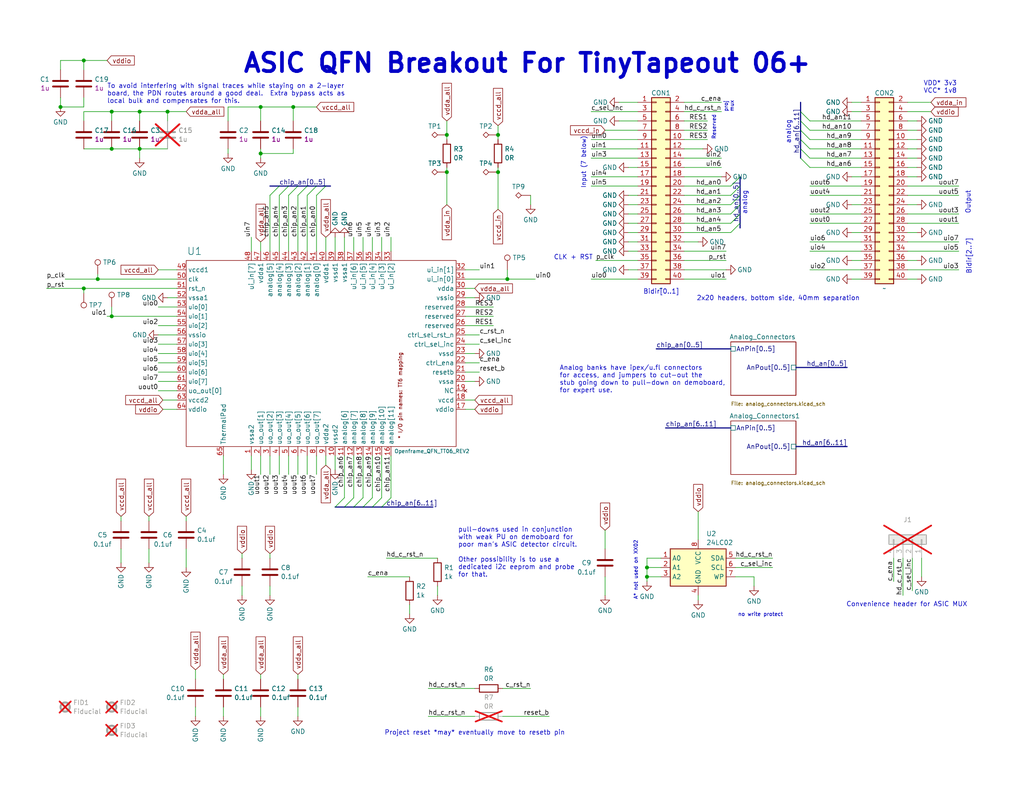
<source format=kicad_sch>
(kicad_sch (version 20231120) (generator "eeschema") (generator_version "8.0")
  (paper "A")
  (title_block (title "TT06 Openframe breakout") (date "2024-11-04") (rev "1.1") (company "Psychogenic Technologies") (comment 1 "(C) 2024 Pat Deegan"))
  (junction (at 121.92 36.83))
  (junction (at 16.51 29.21))
  (junction (at 38.1 30.48))
  (junction (at 135.89 36.83))
  (junction (at 22.86 78.74))
  (junction (at 135.89 46.99))
  (junction (at 45.72 30.48))
  (junction (at 30.48 86.36))
  (junction (at 71.12 29.21))
  (junction (at 26.67 76.2))
  (junction (at 121.92 46.99))
  (junction (at 176.53 154.94))
  (junction (at 38.1 40.64))
  (junction (at 30.48 40.64))
  (junction (at 80.01 29.21))
  (junction (at 138.43 76.2))
  (junction (at 30.48 30.48))
  (junction (at 71.12 41.91))
  (junction (at 176.53 157.48))
  (junction (at 22.86 16.51))
  (bus_entry (at 201.93 50.8) (size -2.54 2.54))
  (bus_entry (at 218.44 40.64) (size 2.54 2.54))
  (bus_entry (at 96.52 138.43) (size 2.54 -2.54))
  (bus_entry (at 201.93 58.42) (size -2.54 2.54))
  (bus_entry (at 218.44 43.18) (size 2.54 2.54))
  (bus_entry (at 76.2 50.8) (size -2.54 2.54))
  (bus_entry (at 101.6 138.43) (size 2.54 -2.54))
  (bus_entry (at 93.98 138.43) (size 2.54 -2.54))
  (bus_entry (at 201.93 48.26) (size -2.54 2.54))
  (bus_entry (at 218.44 30.48) (size 2.54 2.54))
  (bus_entry (at 81.28 50.8) (size -2.54 2.54))
  (bus_entry (at 88.9 50.8) (size -2.54 2.54))
  (bus_entry (at 104.14 138.43) (size 2.54 -2.54))
  (bus_entry (at 218.44 38.1) (size 2.54 2.54))
  (bus_entry (at 91.44 138.43) (size 2.54 -2.54))
  (bus_entry (at 201.93 60.96) (size -2.54 2.54))
  (bus_entry (at 218.44 35.56) (size 2.54 2.54))
  (bus_entry (at 218.44 33.02) (size 2.54 2.54))
  (bus_entry (at 78.74 50.8) (size -2.54 2.54))
  (bus_entry (at 201.93 55.88) (size -2.54 2.54))
  (bus_entry (at 83.82 50.8) (size -2.54 2.54))
  (bus_entry (at 86.36 50.8) (size -2.54 2.54))
  (bus_entry (at 201.93 53.34) (size -2.54 2.54))
  (bus_entry (at 99.06 138.43) (size 2.54 -2.54))
  (wire (pts (xy 22.86 78.74) (xy 48.26 78.74)))
  (wire (pts (xy 104.14 64.77) (xy 104.14 68.58)))
  (wire (pts (xy 186.69 60.96) (xy 199.39 60.96)))
  (bus (pts (xy 218.44 27.94) (xy 218.44 30.48)))
  (wire (pts (xy 220.98 38.1) (xy 234.95 38.1)))
  (wire (pts (xy 251.46 152.4) (xy 251.46 157.48)))
  (wire (pts (xy 48.26 106.68) (xy 43.18 106.68)))
  (wire (pts (xy 68.58 64.77) (xy 68.58 68.58)))
  (wire (pts (xy 22.86 78.74) (xy 22.86 80.01)))
  (bus (pts (xy 181.61 116.84) (xy 199.39 116.84)))
  (wire (pts (xy 38.1 40.64) (xy 38.1 43.18)))
  (wire (pts (xy 104.14 124.46) (xy 104.14 135.89)))
  (wire (pts (xy 127 88.9) (xy 134.62 88.9)))
  (wire (pts (xy 99.06 124.46) (xy 99.06 135.89)))
  (wire (pts (xy 127 86.36) (xy 134.62 86.36)))
  (wire (pts (xy 186.69 76.2) (xy 198.12 76.2)))
  (wire (pts (xy 26.67 74.93) (xy 26.67 76.2)))
  (bus (pts (xy 218.44 38.1) (xy 218.44 40.64)))
  (wire (pts (xy 93.98 64.77) (xy 93.98 68.58)))
  (wire (pts (xy 161.29 38.1) (xy 173.99 38.1)))
  (wire (pts (xy 186.69 38.1) (xy 193.04 38.1)))
  (wire (pts (xy 99.06 64.77) (xy 99.06 68.58)))
  (wire (pts (xy 38.1 40.64) (xy 45.72 40.64)))
  (wire (pts (xy 220.98 66.04) (xy 234.95 66.04)))
  (bus (pts (xy 179.07 95.25) (xy 199.39 95.25)))
  (wire (pts (xy 165.1 144.78) (xy 165.1 149.86)))
  (wire (pts (xy 186.69 68.58) (xy 198.12 68.58)))
  (wire (pts (xy 232.41 63.5) (xy 234.95 63.5)))
  (wire (pts (xy 76.2 53.34) (xy 76.2 68.58)))
  (wire (pts (xy 38.1 30.48) (xy 38.1 33.02)))
  (wire (pts (xy 60.96 124.46) (xy 60.96 129.54)))
  (wire (pts (xy 186.69 48.26) (xy 196.85 48.26)))
  (bus (pts (xy 201.93 50.8) (xy 201.93 53.34)))
  (wire (pts (xy 30.48 40.64) (xy 38.1 40.64)))
  (wire (pts (xy 16.51 26.67) (xy 16.51 29.21)))
  (wire (pts (xy 232.41 30.48) (xy 234.95 30.48)))
  (bus (pts (xy 78.74 50.8) (xy 81.28 50.8)))
  (wire (pts (xy 186.69 30.48) (xy 196.85 30.48)))
  (wire (pts (xy 127 111.76) (xy 129.54 111.76)))
  (wire (pts (xy 165.1 157.48) (xy 165.1 162.56)))
  (wire (pts (xy 232.41 76.2) (xy 234.95 76.2)))
  (wire (pts (xy 186.69 33.02) (xy 193.04 33.02)))
  (wire (pts (xy 53.34 182.88) (xy 53.34 185.42)))
  (wire (pts (xy 80.01 40.64) (xy 80.01 41.91)))
  (wire (pts (xy 243.84 152.4) (xy 243.84 158.75)))
  (wire (pts (xy 62.23 40.64) (xy 62.23 41.91)))
  (wire (pts (xy 71.12 40.64) (xy 71.12 41.91)))
  (wire (pts (xy 22.86 29.21) (xy 16.51 29.21)))
  (wire (pts (xy 83.82 129.54) (xy 83.82 124.46)))
  (wire (pts (xy 73.66 53.34) (xy 73.66 68.58)))
  (wire (pts (xy 247.65 45.72) (xy 250.19 45.72)))
  (wire (pts (xy 73.66 160.02) (xy 73.66 162.56)))
  (wire (pts (xy 176.53 154.94) (xy 180.34 154.94)))
  (bus (pts (xy 201.93 60.96) (xy 201.93 62.23)))
  (wire (pts (xy 30.48 86.36) (xy 29.21 86.36)))
  (wire (pts (xy 220.98 40.64) (xy 234.95 40.64)))
  (wire (pts (xy 71.12 66.04) (xy 71.12 68.58)))
  (wire (pts (xy 16.51 16.51) (xy 16.51 19.05)))
  (wire (pts (xy 101.6 124.46) (xy 101.6 135.89)))
  (wire (pts (xy 130.81 99.06) (xy 127 99.06)))
  (wire (pts (xy 71.12 29.21) (xy 71.12 33.02)))
  (wire (pts (xy 186.69 50.8) (xy 199.39 50.8)))
  (wire (pts (xy 73.66 129.54) (xy 73.66 124.46)))
  (wire (pts (xy 68.58 128.27) (xy 68.58 124.46)))
  (bus (pts (xy 104.14 138.43) (xy 118.11 138.43)))
  (wire (pts (xy 186.69 71.12) (xy 198.12 71.12)))
  (wire (pts (xy 248.92 152.4) (xy 248.92 161.29)))
  (bus (pts (xy 86.36 50.8) (xy 88.9 50.8)))
  (wire (pts (xy 176.53 152.4) (xy 176.53 154.94)))
  (wire (pts (xy 91.44 68.58) (xy 91.44 64.77)))
  (wire (pts (xy 48.26 76.2) (xy 26.67 76.2)))
  (wire (pts (xy 81.28 184.15) (xy 81.28 185.42)))
  (wire (pts (xy 138.43 76.2) (xy 127 76.2)))
  (wire (pts (xy 101.6 64.77) (xy 101.6 68.58)))
  (wire (pts (xy 161.29 30.48) (xy 173.99 30.48)))
  (wire (pts (xy 247.65 58.42) (xy 261.62 58.42)))
  (wire (pts (xy 232.41 71.12) (xy 234.95 71.12)))
  (wire (pts (xy 247.65 73.66) (xy 261.62 73.66)))
  (wire (pts (xy 78.74 53.34) (xy 78.74 68.58)))
  (wire (pts (xy 60.96 193.04) (xy 60.96 195.58)))
  (wire (pts (xy 121.92 45.72) (xy 121.92 46.99)))
  (wire (pts (xy 247.65 50.8) (xy 261.62 50.8)))
  (wire (pts (xy 161.29 43.18) (xy 173.99 43.18)))
  (wire (pts (xy 220.98 50.8) (xy 234.95 50.8)))
  (wire (pts (xy 220.98 58.42) (xy 234.95 58.42)))
  (wire (pts (xy 44.45 109.22) (xy 48.26 109.22)))
  (wire (pts (xy 71.12 29.21) (xy 62.23 29.21)))
  (wire (pts (xy 220.98 53.34) (xy 234.95 53.34)))
  (wire (pts (xy 26.67 76.2) (xy 17.78 76.2)))
  (wire (pts (xy 62.23 29.21) (xy 62.23 33.02)))
  (wire (pts (xy 220.98 73.66) (xy 234.95 73.66)))
  (wire (pts (xy 50.8 30.48) (xy 45.72 30.48)))
  (wire (pts (xy 78.74 129.54) (xy 78.74 124.46)))
  (wire (pts (xy 71.12 195.58) (xy 71.12 193.04)))
  (wire (pts (xy 247.65 63.5) (xy 250.19 63.5)))
  (wire (pts (xy 86.36 129.54) (xy 86.36 124.46)))
  (wire (pts (xy 135.89 36.83) (xy 135.89 38.1)))
  (wire (pts (xy 162.56 71.12) (xy 173.99 71.12)))
  (wire (pts (xy 48.26 104.14) (xy 43.18 104.14)))
  (wire (pts (xy 60.96 184.15) (xy 60.96 185.42)))
  (wire (pts (xy 127 109.22) (xy 129.54 109.22)))
  (wire (pts (xy 186.69 58.42) (xy 199.39 58.42)))
  (bus (pts (xy 101.6 138.43) (xy 99.06 138.43)))
  (wire (pts (xy 80.01 29.21) (xy 80.01 33.02)))
  (bus (pts (xy 201.93 58.42) (xy 201.93 60.96)))
  (wire (pts (xy 130.81 101.6) (xy 127 101.6)))
  (wire (pts (xy 100.33 157.48) (xy 111.76 157.48)))
  (wire (pts (xy 116.84 195.58) (xy 129.54 195.58)))
  (wire (pts (xy 220.98 43.18) (xy 234.95 43.18)))
  (wire (pts (xy 176.53 157.48) (xy 176.53 158.75)))
  (bus (pts (xy 201.93 53.34) (xy 201.93 55.88)))
  (wire (pts (xy 43.18 73.66) (xy 48.26 73.66)))
  (wire (pts (xy 176.53 157.48) (xy 180.34 157.48)))
  (wire (pts (xy 106.68 124.46) (xy 106.68 135.89)))
  (wire (pts (xy 130.81 91.44) (xy 127 91.44)))
  (wire (pts (xy 88.9 124.46) (xy 88.9 127)))
  (wire (pts (xy 165.1 35.56) (xy 173.99 35.56)))
  (wire (pts (xy 171.45 60.96) (xy 173.99 60.96)))
  (wire (pts (xy 171.45 53.34) (xy 173.99 53.34)))
  (wire (pts (xy 127 78.74) (xy 129.54 78.74)))
  (wire (pts (xy 161.29 50.8) (xy 173.99 50.8)))
  (wire (pts (xy 22.86 16.51) (xy 22.86 19.05)))
  (wire (pts (xy 86.36 53.34) (xy 86.36 68.58)))
  (wire (pts (xy 48.26 96.52) (xy 43.18 96.52)))
  (wire (pts (xy 129.54 104.14) (xy 127 104.14)))
  (bus (pts (xy 73.66 50.8) (xy 76.2 50.8)))
  (wire (pts (xy 247.65 38.1) (xy 250.19 38.1)))
  (wire (pts (xy 176.53 154.94) (xy 176.53 157.48)))
  (wire (pts (xy 247.65 35.56) (xy 250.19 35.56)))
  (wire (pts (xy 119.38 160.02) (xy 119.38 162.56)))
  (wire (pts (xy 71.12 184.15) (xy 71.12 185.42)))
  (wire (pts (xy 88.9 64.77) (xy 88.9 68.58)))
  (wire (pts (xy 200.66 152.4) (xy 210.82 152.4)))
  (wire (pts (xy 105.41 152.4) (xy 119.38 152.4)))
  (wire (pts (xy 186.69 27.94) (xy 196.85 27.94)))
  (wire (pts (xy 53.34 193.04) (xy 53.34 195.58)))
  (bus (pts (xy 217.17 100.33) (xy 231.14 100.33)))
  (bus (pts (xy 99.06 138.43) (xy 96.52 138.43)))
  (wire (pts (xy 186.69 45.72) (xy 196.85 45.72)))
  (wire (pts (xy 71.12 129.54) (xy 71.12 124.46)))
  (wire (pts (xy 232.41 55.88) (xy 234.95 55.88)))
  (wire (pts (xy 22.86 26.67) (xy 22.86 29.21)))
  (wire (pts (xy 186.69 66.04) (xy 190.5 66.04)))
  (wire (pts (xy 12.7 78.74) (xy 22.86 78.74)))
  (wire (pts (xy 81.28 193.04) (xy 81.28 195.58)))
  (wire (pts (xy 200.66 157.48) (xy 205.74 157.48)))
  (wire (pts (xy 86.36 29.21) (xy 80.01 29.21)))
  (wire (pts (xy 247.65 33.02) (xy 250.19 33.02)))
  (wire (pts (xy 48.26 83.82) (xy 43.18 83.82)))
  (wire (pts (xy 171.45 55.88) (xy 173.99 55.88)))
  (wire (pts (xy 161.29 76.2) (xy 173.99 76.2)))
  (wire (pts (xy 171.45 45.72) (xy 173.99 45.72)))
  (wire (pts (xy 247.65 60.96) (xy 261.62 60.96)))
  (wire (pts (xy 66.04 160.02) (xy 66.04 162.56)))
  (wire (pts (xy 81.28 53.34) (xy 81.28 68.58)))
  (bus (pts (xy 218.44 33.02) (xy 218.44 35.56)))
  (wire (pts (xy 80.01 29.21) (xy 71.12 29.21)))
  (wire (pts (xy 247.65 76.2) (xy 250.19 76.2)))
  (wire (pts (xy 45.72 81.28) (xy 48.26 81.28)))
  (wire (pts (xy 186.69 53.34) (xy 199.39 53.34)))
  (wire (pts (xy 247.65 55.88) (xy 250.19 55.88)))
  (bus (pts (xy 81.28 50.8) (xy 83.82 50.8)))
  (bus (pts (xy 104.14 138.43) (xy 101.6 138.43)))
  (wire (pts (xy 247.65 68.58) (xy 261.62 68.58)))
  (wire (pts (xy 121.92 36.83) (xy 121.92 38.1)))
  (wire (pts (xy 138.43 73.66) (xy 138.43 76.2)))
  (wire (pts (xy 186.69 40.64) (xy 191.77 40.64)))
  (wire (pts (xy 50.8 149.86) (xy 50.8 154.94)))
  (wire (pts (xy 48.26 99.06) (xy 43.18 99.06)))
  (wire (pts (xy 111.76 165.1) (xy 111.76 167.64)))
  (bus (pts (xy 201.93 55.88) (xy 201.93 58.42)))
  (wire (pts (xy 22.86 40.64) (xy 30.48 40.64)))
  (wire (pts (xy 91.44 128.27) (xy 91.44 124.46)))
  (wire (pts (xy 83.82 53.34) (xy 83.82 68.58)))
  (wire (pts (xy 71.12 41.91) (xy 80.01 41.91)))
  (wire (pts (xy 48.26 86.36) (xy 30.48 86.36)))
  (wire (pts (xy 116.84 187.96) (xy 129.54 187.96)))
  (wire (pts (xy 171.45 58.42) (xy 173.99 58.42)))
  (wire (pts (xy 247.65 66.04) (xy 261.62 66.04)))
  (bus (pts (xy 218.44 35.56) (xy 218.44 38.1)))
  (wire (pts (xy 121.92 33.02) (xy 121.92 36.83)))
  (wire (pts (xy 171.45 73.66) (xy 173.99 73.66)))
  (wire (pts (xy 93.98 124.46) (xy 93.98 135.89)))
  (wire (pts (xy 171.45 63.5) (xy 173.99 63.5)))
  (bus (pts (xy 88.9 50.8) (xy 90.17 50.8)))
  (wire (pts (xy 247.65 53.34) (xy 261.62 53.34)))
  (wire (pts (xy 121.92 46.99) (xy 121.92 55.88)))
  (wire (pts (xy 171.45 66.04) (xy 173.99 66.04)))
  (wire (pts (xy 186.69 43.18) (xy 196.85 43.18)))
  (bus (pts (xy 93.98 138.43) (xy 91.44 138.43)))
  (wire (pts (xy 66.04 151.13) (xy 66.04 152.4)))
  (wire (pts (xy 96.52 64.77) (xy 96.52 68.58)))
  (wire (pts (xy 220.98 68.58) (xy 234.95 68.58)))
  (wire (pts (xy 135.89 46.99) (xy 135.89 57.15)))
  (wire (pts (xy 73.66 151.13) (xy 73.66 152.4)))
  (wire (pts (xy 50.8 140.97) (xy 50.8 142.24)))
  (wire (pts (xy 161.29 40.64) (xy 173.99 40.64)))
  (wire (pts (xy 180.34 152.4) (xy 176.53 152.4)))
  (wire (pts (xy 22.86 33.02) (xy 22.86 30.48)))
  (wire (pts (xy 168.91 33.02) (xy 173.99 33.02)))
  (wire (pts (xy 247.65 48.26) (xy 250.19 48.26)))
  (wire (pts (xy 30.48 83.82) (xy 30.48 86.36)))
  (wire (pts (xy 146.05 76.2) (xy 138.43 76.2)))
  (wire (pts (xy 246.38 152.4) (xy 246.38 162.56)))
  (wire (pts (xy 45.72 30.48) (xy 45.72 33.02)))
  (wire (pts (xy 40.64 149.86) (xy 40.64 153.67)))
  (wire (pts (xy 33.02 140.97) (xy 33.02 142.24)))
  (wire (pts (xy 30.48 30.48) (xy 30.48 33.02)))
  (bus (pts (xy 218.44 30.48) (xy 218.44 33.02)))
  (wire (pts (xy 106.68 68.58) (xy 106.68 64.77)))
  (wire (pts (xy 190.5 162.56) (xy 190.5 163.83)))
  (bus (pts (xy 96.52 138.43) (xy 93.98 138.43)))
  (wire (pts (xy 186.69 35.56) (xy 193.04 35.56)))
  (wire (pts (xy 161.29 48.26) (xy 173.99 48.26)))
  (wire (pts (xy 38.1 30.48) (xy 30.48 30.48)))
  (wire (pts (xy 33.02 149.86) (xy 33.02 153.67)))
  (wire (pts (xy 220.98 35.56) (xy 234.95 35.56)))
  (wire (pts (xy 144.78 53.34) (xy 144.78 55.88)))
  (wire (pts (xy 247.65 40.64) (xy 250.19 40.64)))
  (wire (pts (xy 48.26 101.6) (xy 43.18 101.6)))
  (wire (pts (xy 22.86 30.48) (xy 30.48 30.48)))
  (wire (pts (xy 130.81 73.66) (xy 127 73.66)))
  (bus (pts (xy 217.17 121.92) (xy 231.14 121.92)))
  (wire (pts (xy 45.72 30.48) (xy 38.1 30.48)))
  (wire (pts (xy 232.41 27.94) (xy 234.95 27.94)))
  (wire (pts (xy 220.98 60.96) (xy 234.95 60.96)))
  (wire (pts (xy 96.52 124.46) (xy 96.52 135.89)))
  (wire (pts (xy 247.65 27.94) (xy 254 27.94)))
  (wire (pts (xy 29.21 16.51) (xy 22.86 16.51)))
  (wire (pts (xy 22.86 16.51) (xy 16.51 16.51)))
  (wire (pts (xy 48.26 93.98) (xy 43.18 93.98)))
  (wire (pts (xy 186.69 63.5) (xy 199.39 63.5)))
  (wire (pts (xy 76.2 129.54) (xy 76.2 124.46)))
  (wire (pts (xy 247.65 30.48) (xy 254 30.48)))
  (wire (pts (xy 135.89 34.29) (xy 135.89 36.83)))
  (wire (pts (xy 40.64 140.97) (xy 40.64 142.24)))
  (wire (pts (xy 130.81 93.98) (xy 127 93.98)))
  (wire (pts (xy 220.98 45.72) (xy 234.95 45.72)))
  (wire (pts (xy 127 83.82) (xy 134.62 83.82)))
  (wire (pts (xy 186.69 55.88) (xy 199.39 55.88)))
  (wire (pts (xy 190.5 139.7) (xy 190.5 147.32)))
  (bus (pts (xy 218.44 40.64) (xy 218.44 43.18)))
  (wire (pts (xy 186.69 73.66) (xy 198.12 73.66)))
  (wire (pts (xy 232.41 48.26) (xy 234.95 48.26)))
  (wire (pts (xy 171.45 68.58) (xy 173.99 68.58)))
  (wire (pts (xy 137.16 187.96) (xy 144.78 187.96)))
  (wire (pts (xy 81.28 129.54) (xy 81.28 124.46)))
  (wire (pts (xy 200.66 154.94) (xy 210.82 154.94)))
  (wire (pts (xy 43.18 91.44) (xy 48.26 91.44)))
  (wire (pts (xy 137.16 195.58) (xy 149.86 195.58)))
  (wire (pts (xy 205.74 157.48) (xy 205.74 160.02)))
  (wire (pts (xy 129.54 96.52) (xy 127 96.52)))
  (bus (pts (xy 201.93 48.26) (xy 201.93 50.8)))
  (wire (pts (xy 247.65 43.18) (xy 250.19 43.18)))
  (wire (pts (xy 48.26 88.9) (xy 43.18 88.9)))
  (wire (pts (xy 71.12 41.91) (xy 71.12 43.18)))
  (bus (pts (xy 76.2 50.8) (xy 78.74 50.8)))
  (wire (pts (xy 135.89 45.72) (xy 135.89 46.99)))
  (wire (pts (xy 220.98 33.02) (xy 234.95 33.02)))
  (wire (pts (xy 129.54 81.28) (xy 127 81.28)))
  (wire (pts (xy 247.65 71.12) (xy 250.19 71.12)))
  (wire (pts (xy 44.45 111.76) (xy 48.26 111.76)))
  (bus (pts (xy 83.82 50.8) (xy 86.36 50.8)))
  (wire (pts (xy 168.91 27.94) (xy 173.99 27.94)))
  (text "CLK + RST" (at 161.798 70.358 0) (effects (font (size 1.27 1.27)) (justify right)))
  (text "Convenience header for ASIC MUX" (at 230.886 165.1 0) (effects (font (size 1.27 1.27)) (justify left)))
  (text "Reserved" (at 194.818 34.798 90) (effects (font (size 1 1))))
  (text "ASIC QFN Breakout For TinyTapeout 06+" (at 66.04 20.32 0) (effects (font (size 5 5) (thickness 1) (bold yes)) (justify left bottom)))
  (text "VDD* 3v3\nVCC* 1v8" (at 256.54 23.876 0) (effects (font (size 1.27 1.27))))
  (text "A* not used on XX02" (at 173.482 155.702 90) (effects (font (size 1 1))))
  (text "2x20 headers, bottom side, 40mm separation" (at 212.344 81.534 0) (effects (font (size 1.27 1.27))))
  (text "no write protect" (at 207.518 167.894 0) (effects (font (size 1 1))))
  (text "pull-downs used in conjunction \nwith weak PU on demoboard for \npoor man's ASIC detector circuit.\n\nOther possibility is to use a\ndedicated i2c eeprom and probe \nfor that." (at 124.968 150.876 0) (effects (font (size 1.27 1.27)) (justify left)))
  (text "proj\nmux" (at 198.882 30.734 90) (effects (font (size 1 1)) (justify left)))
  (text "analog" (at 203.2 55.372 90) (effects (font (size 1.27 1.27))))
  (text "Bidir[0..1]" (at 185.42 79.756 0) (effects (font (size 1.27 1.27)) (justify right)))
  (text "analog" (at 215.138 36.068 90) (effects (font (size 1.27 1.27))))
  (text "Input (7 below)" (at 159.258 51.562 90) (effects (font (size 1.2 1.2)) (justify left)))
  (text "To avoid interfering with signal traces while staying on a 2-layer \nboard, the PDN routes around a good deal.  Extra bypass acts as \nlocal bulk and compensates for this." (at 29.21 25.654 0) (effects (font (size 1.27 1.27)) (justify left)))
  (text "Project reset *may* eventually move to resetb pin" (at 129.54 200.152 0) (effects (font (size 1.27 1.27))))
  (text "Analog banks have ipex/u.fl connectors \nfor access, and jumpers to cut-out the \nstub going down to pull-down on demoboard, \nfor expert use." (at 152.654 103.632 0) (effects (font (size 1.27 1.27)) (justify left)))
  (text "Bidir[2..7]" (at 264.414 65.024 90) (effects (font (size 1.27 1.27)) (justify right)))
  (text "Output" (at 264.16 52.07 90) (effects (font (size 1.27 1.27)) (justify right)))
  (label "hd_an10" (at 232.41 35.56 180))
  (label "uout6" (at 220.98 50.8 0))
  (label "p_clk" (at 162.56 71.12 0))
  (label "c_sel_inc" (at 210.82 154.94 180))
  (label "hd_c_rst_n" (at 246.38 162.56 90))
  (label "hd_an8" (at 232.41 40.64 180))
  (label "hd_c_rst_n" (at 116.84 187.96 0))
  (label "uio7" (at 261.62 66.04 180))
  (label "uin4" (at 101.6 64.77 90))
  (label "p_rst" (at 198.12 71.12 180))
  (label "uio5" (at 261.62 68.58 180))
  (label "uout3" (at 76.2 129.54 270))
  (label "hd_an[0..5]" (at 201.93 49.53 270))
  (label "hd_an2" (at 196.85 55.88 180))
  (label "chip_an[6..11]" (at 181.61 116.84 0))
  (label "uio2" (at 220.98 73.66 0))
  (label "uin2" (at 196.85 43.18 180))
  (label "chip_an[6..11]" (at 105.41 138.43 0))
  (label "uio6" (at 43.18 101.6 180))
  (label "uio3" (at 43.18 93.98 180))
  (label "hd_an7" (at 232.41 43.18 180))
  (label "uin2" (at 106.68 64.77 90))
  (label "chip_an10" (at 104.14 124.46 270))
  (label "uin6" (at 96.52 64.77 90))
  (label "uout2" (at 220.98 58.42 0))
  (label "c_ena" (at 196.85 27.94 180))
  (label "uio1" (at 29.21 86.36 180))
  (label "hd_an6" (at 232.41 45.72 180))
  (label "c_rst_n" (at 130.81 91.44 0))
  (label "chip_an11" (at 106.68 124.46 270))
  (label "hd_an[0..5]" (at 231.14 100.33 180))
  (label "RES1" (at 134.62 88.9 180))
  (label "uout7" (at 86.36 129.54 270))
  (label "uout1" (at 71.12 129.54 270))
  (label "reset_b" (at 130.81 101.6 0))
  (label "RES1" (at 193.04 33.02 180))
  (label "chip_an7" (at 96.52 124.46 270))
  (label "uin1" (at 161.29 40.64 0))
  (label "uin0" (at 161.29 38.1 0))
  (label "c_ena" (at 100.33 157.48 0))
  (label "c_sel_inc" (at 161.29 30.48 0))
  (label "uin5" (at 99.06 64.77 90))
  (label "uin3" (at 161.29 43.18 0))
  (label "uout3" (at 261.62 58.42 180))
  (label "uout5" (at 261.62 53.34 180))
  (label "uio5" (at 43.18 99.06 180))
  (label "hd_c_rst_n" (at 210.82 152.4 180))
  (label "uio4" (at 43.18 96.52 180))
  (label "hd_an4" (at 196.85 60.96 180))
  (label "c_sel_inc" (at 248.92 161.29 90))
  (label "hd_an11" (at 232.41 33.02 180))
  (label "uin3" (at 104.14 64.77 90))
  (label "reset_b" (at 149.86 195.58 180))
  (label "c_ena" (at 243.84 158.75 90))
  (label "uout5" (at 81.28 129.54 270))
  (label "chip_an4" (at 76.2 64.77 90))
  (label "p_rst" (at 12.7 78.74 0))
  (label "uin6" (at 196.85 45.72 180))
  (label "uin0" (at 146.05 76.2 0))
  (label "c_ena" (at 130.81 99.06 0))
  (label "hd_an0" (at 196.85 50.8 180))
  (label "chip_an[0..5]" (at 179.07 95.25 0))
  (label "uio0" (at 43.18 83.82 180))
  (label "uin7" (at 198.12 68.58 180))
  (label "hd_c_rst_n" (at 196.85 30.48 180))
  (label "uio7" (at 43.18 104.14 180))
  (label "hd_an5" (at 196.85 63.5 180))
  (label "chip_an6" (at 93.98 124.46 270))
  (label "chip_an5" (at 73.66 64.77 90))
  (label "uout0" (at 43.18 106.68 180))
  (label "RES3" (at 193.04 38.1 180))
  (label "chip_an8" (at 99.06 124.46 270))
  (label "uio1" (at 198.12 76.2 180))
  (label "c_sel_inc" (at 130.81 93.98 0))
  (label "uout6" (at 83.82 129.54 270))
  (label "uout7" (at 261.62 50.8 180))
  (label "uin7" (at 68.58 64.77 90))
  (label "hd_an1" (at 196.85 53.34 180))
  (label "chip_an9" (at 101.6 124.46 270))
  (label "uout0" (at 220.98 60.96 0))
  (label "RES2" (at 134.62 86.36 180))
  (label "uout4" (at 78.74 129.54 270))
  (label "uout4" (at 220.98 53.34 0))
  (label "chip_an1" (at 83.82 64.77 90))
  (label "hd_an9" (at 232.41 38.1 180))
  (label "hd_an[6..11]" (at 231.14 121.92 180))
  (label "hd_c_rst_n" (at 105.41 152.4 0))
  (label "uio6" (at 220.98 66.04 0))
  (label "RES2" (at 193.04 35.56 180))
  (label "hd_an[6..11]" (at 218.44 41.91 90))
  (label "c_rst_n" (at 144.78 187.96 180))
  (label "chip_an[0..5]" (at 76.2 50.8 0))
  (label "uout1" (at 261.62 60.96 180))
  (label "p_clk" (at 17.78 76.2 180))
  (label "chip_an2" (at 81.28 64.77 90))
  (label "uout2" (at 73.66 129.54 270))
  (label "hd_an3" (at 196.85 58.42 180))
  (label "chip_an3" (at 78.74 64.77 90))
  (label "uio4" (at 220.98 68.58 0))
  (label "chip_an0" (at 86.36 64.77 90))
  (label "uin1" (at 130.81 73.66 0))
  (label "uin5" (at 161.29 50.8 0))
  (label "uio2" (at 43.18 88.9 180))
  (label "uio3" (at 261.62 73.66 180))
  (label "hd_c_rst_n" (at 116.84 195.58 0))
  (label "uio0" (at 161.29 76.2 0))
  (label "uin4" (at 161.29 48.26 0))
  (label "RES3" (at 134.62 83.82 180))
  (global_label "vccd_in" (shape input) (at 135.89 57.15 270) (property "Intersheetrefs" "${INTERSHEET_REFS}" (effects (hide yes))))
  (global_label "vddio" (shape input) (at 29.21 16.51 0) (property "Intersheetrefs" "${INTERSHEET_REFS}" (effects (hide yes))))
  (global_label "vdda_all" (shape input) (at 53.34 182.88 90) (property "Intersheetrefs" "${INTERSHEET_REFS}" (effects (hide yes))))
  (global_label "vccd_all" (shape input) (at 135.89 34.29 90) (property "Intersheetrefs" "${INTERSHEET_REFS}" (effects (hide yes))))
  (global_label "vccd_all" (shape input) (at 129.54 109.22 0) (property "Intersheetrefs" "${INTERSHEET_REFS}" (effects (hide yes))))
  (global_label "vddio" (shape input) (at 44.45 111.76 180) (property "Intersheetrefs" "${INTERSHEET_REFS}" (effects (hide yes))))
  (global_label "vddio" (shape input) (at 254 30.48 0) (property "Intersheetrefs" "${INTERSHEET_REFS}" (effects (hide yes))))
  (global_label "vddio" (shape input) (at 66.04 151.13 90) (property "Intersheetrefs" "${INTERSHEET_REFS}" (effects (hide yes))))
  (global_label "vccd_all" (shape input) (at 43.18 73.66 180) (property "Intersheetrefs" "${INTERSHEET_REFS}" (effects (hide yes))))
  (global_label "vccd_all" (shape input) (at 44.45 109.22 180) (property "Intersheetrefs" "${INTERSHEET_REFS}" (effects (hide yes))))
  (global_label "vddio" (shape input) (at 129.54 111.76 0) (property "Intersheetrefs" "${INTERSHEET_REFS}" (effects (hide yes))))
  (global_label "vccd_all" (shape input) (at 50.8 140.97 90) (property "Intersheetrefs" "${INTERSHEET_REFS}" (effects (hide yes))))
  (global_label "vccd_all" (shape input) (at 33.02 140.97 90) (property "Intersheetrefs" "${INTERSHEET_REFS}" (effects (hide yes))))
  (global_label "vdda_all" (shape input) (at 81.28 184.15 90) (property "Intersheetrefs" "${INTERSHEET_REFS}" (effects (hide yes))))
  (global_label "vdda_all" (shape input) (at 88.9 127 270) (property "Intersheetrefs" "${INTERSHEET_REFS}" (effects (hide yes))))
  (global_label "vdda_all" (shape input) (at 88.9 64.77 90) (property "Intersheetrefs" "${INTERSHEET_REFS}" (effects (hide yes))))
  (global_label "vccd_all" (shape input) (at 86.36 29.21 0) (property "Intersheetrefs" "${INTERSHEET_REFS}" (effects (hide yes))))
  (global_label "vdda_in" (shape input) (at 121.92 55.88 270) (property "Intersheetrefs" "${INTERSHEET_REFS}" (effects (hide yes))))
  (global_label "vdda_all" (shape input) (at 121.92 33.02 90) (property "Intersheetrefs" "${INTERSHEET_REFS}" (effects (hide yes))))
  (global_label "vdda_all" (shape input) (at 71.12 184.15 90) (property "Intersheetrefs" "${INTERSHEET_REFS}" (effects (hide yes))))
  (global_label "vccd_in" (shape input) (at 165.1 35.56 180) (property "Intersheetrefs" "${INTERSHEET_REFS}" (effects (hide yes))))
  (global_label "vdda_all" (shape input) (at 71.12 66.04 90) (property "Intersheetrefs" "${INTERSHEET_REFS}" (effects (hide yes))))
  (global_label "vddio" (shape input) (at 73.66 151.13 90) (property "Intersheetrefs" "${INTERSHEET_REFS}" (effects (hide yes))))
  (global_label "vdda_all" (shape input) (at 60.96 184.15 90) (property "Intersheetrefs" "${INTERSHEET_REFS}" (effects (hide yes))))
  (global_label "vddio" (shape input) (at 190.5 139.7 90) (property "Intersheetrefs" "${INTERSHEET_REFS}" (effects (hide yes))))
  (global_label "vccd_all" (shape input) (at 40.64 140.97 90) (property "Intersheetrefs" "${INTERSHEET_REFS}" (effects (hide yes))))
  (global_label "vdda_all" (shape input) (at 129.54 78.74 0) (property "Intersheetrefs" "${INTERSHEET_REFS}" (effects (hide yes))))
  (global_label "vdda_all" (shape input) (at 50.8 30.48 0) (property "Intersheetrefs" "${INTERSHEET_REFS}" (effects (hide yes))))
  (global_label "vdda_in" (shape input) (at 254 27.94 0) (property "Intersheetrefs" "${INTERSHEET_REFS}" (effects (hide yes))))
  (global_label "vddio" (shape input) (at 165.1 144.78 90) (property "Intersheetrefs" "${INTERSHEET_REFS}" (effects (hide yes))))
  (symbol (lib_id "Device:C") (at 53.34 189.23 0) (unit 1)
    (property "Reference" "C10" (at 50.4191 188.0178 0) (effects (justify right)))
    (property "Value" "0.1uf" (at 50.4191 190.4421 0) (effects (justify right)))
    (property "Footprint" "Capacitor_SMD:C_0402_1005Metric" (effects (hide yes)))
    (property "MPN" "CL05A104KA5NNNC" (effects (hide yes)))
    (property "MPN_ALT" "GRM155R71E104KE14J" (effects (hide yes)))
  )
  (symbol (lib_id "Device:C") (at 73.66 156.21 180) (unit 1)
    (property "Reference" "C8" (at 76.581 154.9978 0) (effects (justify right)))
    (property "Value" "0.1uf" (at 76.581 157.4221 0) (effects (justify right)))
    (property "Footprint" "Capacitor_SMD:C_0402_1005Metric" (effects (hide yes)))
    (property "MPN" "CL05A104KA5NNNC" (effects (hide yes)))
    (property "MPN_ALT" "GRM155R71E104KE14J" (effects (hide yes)))
  )
  (symbol (lib_id "Device:C") (at 40.64 146.05 0) (unit 1)
    (property "Reference" "C6" (at 45.72 146.05 0))
    (property "Value" "0.1uf" (at 44.45 148.59 0))
    (property "Footprint" "Capacitor_SMD:C_0402_1005Metric" (effects (hide yes)))
    (property "MPN" "CL05A104KA5NNNC" (effects (hide yes)))
    (property "MPN_ALT" "GRM155R71E104KE14J" (effects (hide yes)))
  )
  (symbol (lib_id "Device:C") (at 71.12 189.23 0) (unit 1)
    (property "Reference" "C12" (at 74.041 188.0178 0) (effects (justify left)))
    (property "Value" "0.1uf" (at 74.041 190.4421 0) (effects (justify left)))
    (property "Footprint" "Capacitor_SMD:C_0402_1005Metric" (effects (hide yes)))
    (property "MPN" "CL05A104KA5NNNC" (effects (hide yes)))
    (property "MPN_ALT" "GRM155R71E104KE14J" (effects (hide yes)))
  )
  (symbol (lib_id "Device:C") (at 33.02 146.05 180) (unit 1)
    (property "Reference" "C5" (at 27.94 146.05 0))
    (property "Value" "0.1uf" (at 27.94 148.59 0))
    (property "Footprint" "Capacitor_SMD:C_0402_1005Metric" (effects (hide yes)))
    (property "MPN" "CL05A104KA5NNNC" (effects (hide yes)))
    (property "MPN_ALT" "GRM155R71E104KE14J" (effects (hide yes)))
  )
  (symbol (lib_id "Device:C") (at 81.28 189.23 180) (unit 1)
    (property "Reference" "C13" (at 84.201 188.0178 0) (effects (justify right)))
    (property "Value" "0.1uf" (at 84.201 190.4421 0) (effects (justify right)))
    (property "Footprint" "Capacitor_SMD:C_0402_1005Metric" (effects (hide yes)))
    (property "MPN" "CL05A104KA5NNNC" (effects (hide yes)))
    (property "MPN_ALT" "GRM155R71E104KE14J" (effects (hide yes)))
  )
  (symbol (lib_id "Device:C") (at 50.8 146.05 180) (unit 1)
    (property "Reference" "C4" (at 53.721 144.8378 0) (effects (justify right)))
    (property "Value" "0.1uf" (at 53.721 147.2621 0) (effects (justify right)))
    (property "Footprint" "Capacitor_SMD:C_0402_1005Metric" (effects (hide yes)))
    (property "MPN" "CL05A104KA5NNNC" (effects (hide yes)))
    (property "MPN_ALT" "GRM155R71E104KE14J" (effects (hide yes)))
  )
  (symbol (lib_id "power:GND") (at 16.51 29.21 0) (unit 1)
    (property "Reference" "#PWR02" (effects (hide yes)))
    (property "Value" "GND" (at 16.51 33.3431 0))
  )
  (symbol (lib_id "Connector_Generic:Conn_01x04") (at 248.92 147.32 270) (mirror x) (unit 1) (dnp yes)
    (property "Reference" "J1" (at 247.65 141.9055 90))
    (property "Value" "Conn_01x04" (effects (hide yes)))
    (property "Footprint" "Connector_PinHeader_2.54mm:PinHeader_1x04_P2.54mm_Vertical" (effects (hide yes)))
    (property "Description" "Generic connector, single row, 01x04, script generated (kicad-library-utils/schlib/autogen/connector/)" (effects (hide yes)))
  )
  (symbol (lib_id "power:GND") (at 68.58 128.27 0) (unit 1)
    (property "Reference" "#PWR014" (effects (hide yes)))
    (property "Value" "GND" (at 68.58 133.35 90))
  )
  (symbol (lib_id "power:GND") (at 60.96 195.58 0) (unit 1)
    (property "Reference" "#PWR026" (effects (hide yes)))
    (property "Value" "GND" (at 60.96 200.66 90))
  )
  (symbol (lib_id "power:GND") (at 40.64 153.67 0) (unit 1)
    (property "Reference" "#PWR018" (effects (hide yes)))
    (property "Value" "GND" (at 40.64 158.75 90))
  )
  (symbol (lib_id "power:GND") (at 66.04 162.56 0) (unit 1)
    (property "Reference" "#PWR020" (effects (hide yes)))
    (property "Value" "GND" (at 66.04 167.64 90))
  )
  (symbol (lib_id "TinyTapeout:Openframe_QFN_TT06_REV2") (at 91.44 95.25 90) (unit 1)
    (property "Reference" "U1" (at 53.086 68.58 90) (effects (font (size 2 2))))
    (property "Value" "Openframe_QFN_TT06_REV2" (at 117.856 123.19 90) (effects (font (size 1 1))))
    (property "Footprint" "Package_DFN_QFN:QFN-64-1EP_9x9mm_P0.5mm_EP7.65x7.65mm" (effects (hide yes)))
    (property "Datasheet" "https://github.com/TinyTapeout/tt-multiplexer/blob/tt06-staging/docs/INFO.md#pinout" (effects (hide yes)))
    (property "Description" "Openframe QFN packaging, with TinyTapeout 6+ pin mapping" (effects (hide yes)))
  )
  (symbol (lib_id "psypassives:C_1u_0603_50V") (at 16.51 22.86 0) (unit 1)
    (property "Reference" "C1" (at 13.5891 21.6478 0) (effects (justify right)))
    (property "Value" "C_1u_0603_50V" (effects (hide yes)))
    (property "Footprint" "Capacitor_SMD:C_0603_1608Metric" (effects (hide yes)))
    (property "Description" "Unpolarized capacitor" (effects (hide yes)))
    (property "MPN" "GRT188R61H105KE13D" (effects (hide yes)))
    (property "DigikeyPN" "490-12330-1-ND" (effects (hide yes)))
    (property "Display Value" "1u" (at 13.5891 24.0721 0) (effects (justify right)))
  )
  (symbol (lib_id "Device:C") (at 60.96 189.23 0) (unit 1)
    (property "Reference" "C11" (at 63.881 188.0178 0) (effects (justify left)))
    (property "Value" "0.1uf" (at 63.881 190.4421 0) (effects (justify left)))
    (property "Footprint" "Capacitor_SMD:C_0402_1005Metric" (effects (hide yes)))
    (property "MPN" "CL05A104KA5NNNC" (effects (hide yes)))
    (property "MPN_ALT" "GRM155R71E104KE14J" (effects (hide yes)))
  )
  (symbol (lib_id "Connector:TestPoint") (at 26.67 74.93 0) (unit 1) (in_bom no)
    (property "Reference" "TP6" (at 28.067 71.628 0) (effects (justify left)))
    (property "Value" "TestPoint" (effects (hide yes)))
    (property "Footprint" "TestPoint:TestPoint_Pad_D1.0mm" (effects (hide yes)))
    (property "Description" "test point" (effects (hide yes)))
  )
  (symbol (lib_id "power:GND") (at 91.44 64.77 180) (unit 1)
    (property "Reference" "#PWR06" (effects (hide yes)))
    (property "Value" "GND" (at 91.44 59.69 90))
  )
  (symbol (lib_id "power:GND") (at 250.19 43.18 90) (unit 1)
    (property "Reference" "#PWR038" (effects (hide yes)))
    (property "Value" "GND" (at 255.27 43.18 90))
  )
  (symbol (lib_id "power:GND") (at 71.12 195.58 0) (unit 1)
    (property "Reference" "#PWR027" (effects (hide yes)))
    (property "Value" "GND" (at 71.12 200.66 90))
  )
  (symbol (lib_id "psypassives:C_1u_0603_50V") (at 22.86 22.86 0) (unit 1)
    (property "Reference" "C19" (at 25.781 21.6478 0) (effects (justify left)))
    (property "Value" "C_1u_0603_50V" (effects (hide yes)))
    (property "Footprint" "Capacitor_SMD:C_0603_1608Metric" (effects (hide yes)))
    (property "Description" "Unpolarized capacitor" (effects (hide yes)))
    (property "MPN" "GRT188R61H105KE13D" (effects (hide yes)))
    (property "DigikeyPN" "490-12330-1-ND" (effects (hide yes)))
    (property "Display Value" "1u" (at 25.781 24.0721 0) (effects (justify left)))
  )
  (symbol (lib_id "power:GND") (at 250.19 33.02 90) (unit 1)
    (property "Reference" "#PWR033" (effects (hide yes)))
    (property "Value" "GND" (at 255.27 33.02 90))
  )
  (symbol (lib_id "Device:C") (at 66.04 156.21 180) (unit 1)
    (property "Reference" "C7" (at 60.96 156.21 0))
    (property "Value" "0.1uf" (at 60.96 158.75 0))
    (property "Footprint" "Capacitor_SMD:C_0402_1005Metric" (effects (hide yes)))
    (property "MPN" "CL05A104KA5NNNC" (effects (hide yes)))
    (property "MPN_ALT" "GRM155R71E104KE14J" (effects (hide yes)))
  )
  (symbol (lib_id "psypassives:C_1u_0603_50V") (at 38.1 36.83 0) (unit 1)
    (property "Reference" "C3" (at 41.021 35.6178 0) (effects (justify left)))
    (property "Value" "C_1u_0603_50V" (effects (hide yes)))
    (property "Footprint" "Capacitor_SMD:C_0603_1608Metric" (effects (hide yes)))
    (property "Description" "Unpolarized capacitor" (effects (hide yes)))
    (property "MPN" "GRT188R61H105KE13D" (effects (hide yes)))
    (property "DigikeyPN" "490-12330-1-ND" (effects (hide yes)))
    (property "Display Value" "1u" (at 41.021 38.0421 0) (effects (justify left)))
  )
  (symbol (lib_id "power:GND") (at 196.85 48.26 90) (unit 1)
    (property "Reference" "#PWR041" (effects (hide yes)))
    (property "Value" "GND" (at 201.93 48.26 90))
  )
  (symbol (lib_id "power:GND") (at 81.28 195.58 0) (unit 1)
    (property "Reference" "#PWR028" (effects (hide yes)))
    (property "Value" "GND" (at 81.28 199.7131 0))
  )
  (symbol (lib_id "power:GND") (at 129.54 81.28 90) (unit 1)
    (property "Reference" "#PWR09" (effects (hide yes)))
    (property "Value" "GND" (at 134.62 81.28 90))
  )
  (symbol (lib_id "power:GND") (at 111.76 167.64 0) (unit 1)
    (property "Reference" "#PWR05" (effects (hide yes)))
    (property "Value" "GND" (at 111.76 171.7731 0))
  )
  (symbol (lib_id "power:GND") (at 33.02 153.67 0) (unit 1)
    (property "Reference" "#PWR017" (effects (hide yes)))
    (property "Value" "GND" (at 33.02 158.75 90))
  )
  (symbol (lib_id "power:GND") (at 53.34 195.58 0) (unit 1)
    (property "Reference" "#PWR025" (effects (hide yes)))
    (property "Value" "GND" (at 53.34 200.66 90))
  )
  (symbol (lib_id "Connector_Generic:Conn_02x20_Odd_Even") (at 179.07 50.8 0) (unit 1)
    (property "Reference" "CON1" (at 180.34 25.4 0))
    (property "Value" "~" (at 180.34 78.74 0))
    (property "Footprint" "TinyTapeout:FH-00148_PinSocket_2x20_P2.54mm" (effects (hide yes)))
    (property "MPN" "NPTC202KFMS-RC" (effects (hide yes)))
    (property "MPN_ALT" "FH-00148" (effects (hide yes)))
    (property "Characteristics" "2x20 100 mil Receptacle SMT" (effects (hide yes)))
    (property "DigikeyPN" "S5690-ND" (effects (hide yes)))
    (property "JLC" "C2685092" (effects (hide yes)))
  )
  (symbol (lib_id "power:GND") (at 250.19 63.5 90) (unit 1)
    (property "Reference" "#PWR052" (effects (hide yes)))
    (property "Value" "GND" (at 255.27 63.5 90))
  )
  (symbol (lib_id "power:GND") (at 171.45 60.96 270) (unit 1)
    (property "Reference" "#PWR049" (effects (hide yes)))
    (property "Value" "GND" (at 166.37 60.96 90))
  )
  (symbol (lib_id "power:GND") (at 232.41 76.2 270) (unit 1)
    (property "Reference" "#PWR060" (effects (hide yes)))
    (property "Value" "GND" (at 227.33 76.2 90))
  )
  (symbol (lib_id "power:GND") (at 144.78 55.88 0) (unit 1)
    (property "Reference" "#PWR013" (effects (hide yes)))
    (property "Value" "GND" (at 144.78 60.0131 0))
  )
  (symbol (lib_id "power:GND") (at 250.19 55.88 90) (unit 1)
    (property "Reference" "#PWR047" (effects (hide yes)))
    (property "Value" "GND" (at 255.27 55.88 90))
  )
  (symbol (lib_id "Connector:TestPoint") (at 30.48 83.82 0) (unit 1) (in_bom no)
    (property "Reference" "TP8" (at 31.877 80.518 0) (effects (justify left)))
    (property "Value" "TestPoint" (effects (hide yes)))
    (property "Footprint" "TestPoint:TestPoint_Pad_D1.0mm" (effects (hide yes)))
    (property "Description" "test point" (effects (hide yes)))
  )
  (symbol (lib_id "Device:R") (at 133.35 187.96 90) (unit 1)
    (property "Reference" "R6" (at 133.35 182.7995 90))
    (property "Value" "0R" (at 133.35 185.2238 90))
    (property "Footprint" "Resistor_SMD:R_0402_1005Metric" (effects (hide yes)))
    (property "Description" "Resistor" (effects (hide yes)))
  )
  (symbol (lib_id "psypassives:C_1u_0603_50V") (at 71.12 36.83 0) (unit 1)
    (property "Reference" "C14" (at 74.041 35.6178 0) (effects (justify left)))
    (property "Value" "C_1u_0603_50V" (effects (hide yes)))
    (property "Footprint" "Capacitor_SMD:C_0603_1608Metric" (effects (hide yes)))
    (property "Description" "Unpolarized capacitor" (effects (hide yes)))
    (property "MPN" "GRT188R61H105KE13D" (effects (hide yes)))
    (property "DigikeyPN" "490-12330-1-ND" (effects (hide yes)))
    (property "Display Value" "1u" (at 74.041 38.0421 0) (effects (justify left)))
  )
  (symbol (lib_id "power:GND") (at 168.91 27.94 270) (unit 1)
    (property "Reference" "#PWR029" (effects (hide yes)))
    (property "Value" "GND" (at 163.83 27.94 90))
  )
  (symbol (lib_id "Device:R") (at 119.38 156.21 0) (unit 1)
    (property "Reference" "R1" (at 121.158 154.9978 0) (effects (justify left)))
    (property "Value" "1k" (at 121.158 157.4221 0) (effects (justify left)))
    (property "Footprint" "Resistor_SMD:R_0402_1005Metric" (effects (hide yes)))
    (property "Description" "Resistor" (effects (hide yes)))
  )
  (symbol (lib_id "psypassives:C_1u_0603_50V") (at 62.23 36.83 0) (unit 1)
    (property "Reference" "C2" (at 65.151 35.6178 0) (effects (justify left)))
    (property "Value" "C_1u_0603_50V" (effects (hide yes)))
    (property "Footprint" "Capacitor_SMD:C_0603_1608Metric" (effects (hide yes)))
    (property "Description" "Unpolarized capacitor" (effects (hide yes)))
    (property "MPN" "GRT188R61H105KE13D" (effects (hide yes)))
    (property "DigikeyPN" "490-12330-1-ND" (effects (hide yes)))
    (property "Display Value" "1u" (at 65.151 38.0421 0) (effects (justify left)))
  )
  (symbol (lib_id "Connector:TestPoint_Alt") (at 135.89 46.99 90) (unit 1)
    (property "Reference" "TP4" (at 132.588 44.6349 90))
    (property "Value" "TestPoint_Alt" (effects (hide yes)))
    (property "Footprint" "TestPoint:TestPoint_Keystone_5019_Minature" (effects (hide yes)))
    (property "Description" "test point (alternative shape)" (effects (hide yes)))
    (property "MPN" "5019" (effects (hide yes)))
    (property "DigikeyPN" "36-5019CT-ND" (effects (hide yes)))
  )
  (symbol (lib_id "power:GND") (at 190.5 66.04 90) (unit 1)
    (property "Reference" "#PWR054" (effects (hide yes)))
    (property "Value" "GND" (at 195.58 66.04 90))
  )
  (symbol (lib_id "power:GND") (at 171.45 66.04 270) (unit 1)
    (property "Reference" "#PWR053" (effects (hide yes)))
    (property "Value" "GND" (at 166.37 66.04 90))
  )
  (symbol (lib_id "power:GND") (at 45.72 81.28 270) (unit 1)
    (property "Reference" "#PWR08" (effects (hide yes)))
    (property "Value" "GND" (at 40.64 81.28 90))
  )
  (symbol (lib_id "power:GND") (at 171.45 73.66 270) (unit 1)
    (property "Reference" "#PWR058" (effects (hide yes)))
    (property "Value" "GND" (at 166.37 73.66 90))
  )
  (symbol (lib_id "power:GND") (at 165.1 162.56 0) (unit 1)
    (property "Reference" "#PWR022" (effects (hide yes)))
    (property "Value" "GND" (at 165.1 166.6931 0))
  )
  (symbol (lib_id "power:GND") (at 60.96 129.54 0) (unit 1)
    (property "Reference" "#PWR016" (effects (hide yes)))
    (property "Value" "GND" (at 60.96 134.62 90))
  )
  (symbol (lib_id "power:GND") (at 168.91 33.02 270) (unit 1)
    (property "Reference" "#PWR032" (effects (hide yes)))
    (property "Value" "GND" (at 163.83 33.02 90))
  )
  (symbol (lib_id "power:GND") (at 171.45 63.5 270) (unit 1)
    (property "Reference" "#PWR050" (effects (hide yes)))
    (property "Value" "GND" (at 166.37 63.5 90))
  )
  (symbol (lib_id "power:GND") (at 119.38 162.56 0) (unit 1)
    (property "Reference" "#PWR01" (effects (hide yes)))
    (property "Value" "GND" (at 119.38 166.6931 0))
  )
  (symbol (lib_id "Memory_EEPROM:24LC02") (at 190.5 154.94 0) (unit 1)
    (property "Reference" "U2" (at 192.6941 145.7155 0) (effects (justify left)))
    (property "Value" "24LC02" (at 192.6941 148.1398 0) (effects (justify left)))
    (property "Footprint" "Package_DFN_QFN:DFN-8-1EP_3x2mm_P0.5mm_EP1.75x1.45mm" (effects (hide yes)))
    (property "Datasheet" "http://ww1.microchip.com/downloads/en/DeviceDoc/21709c.pdf" (effects (hide yes)))
    (property "Description" "I2C Serial EEPROM, 2Kb, DIP-8/SOIC-8/TSSOP-8/DFN-8" (effects (hide yes)))
    (property "MPN" "24LC02BT-I/MC" (effects (hide yes)))
    (property "DigikeyPN" "24LC02BT-I/MCCT-ND" (effects (hide yes)))
    (property "JLC" "C612280" (effects (hide yes)))
  )
  (symbol (lib_id "Device:R") (at 121.92 41.91 0) (unit 1)
    (property "Reference" "R3" (at 123.698 40.6978 0) (effects (justify left)))
    (property "Value" "0R" (at 123.698 43.1221 0) (effects (justify left)))
    (property "Footprint" "Resistor_SMD:R_1206_3216Metric" (effects (hide yes)))
    (property "Description" "Resistor" (effects (hide yes)))
  )
  (symbol (lib_id "power:GND") (at 71.12 43.18 0) (unit 1)
    (property "Reference" "#PWR077" (effects (hide yes)))
    (property "Value" "GND" (at 71.12 47.3131 0))
  )
  (symbol (lib_id "power:GND") (at 250.19 76.2 90) (unit 1)
    (property "Reference" "#PWR061" (effects (hide yes)))
    (property "Value" "GND" (at 255.27 76.2 90))
  )
  (symbol (lib_id "power:GND") (at 250.19 40.64 90) (unit 1)
    (property "Reference" "#PWR037" (effects (hide yes)))
    (property "Value" "GND" (at 255.27 40.64 90))
  )
  (symbol (lib_id "power:GND") (at 232.41 63.5 270) (unit 1)
    (property "Reference" "#PWR051" (effects (hide yes)))
    (property "Value" "GND" (at 227.33 63.5 90))
  )
  (symbol (lib_id "power:GND") (at 93.98 64.77 180) (unit 1)
    (property "Reference" "#PWR07" (effects (hide yes)))
    (property "Value" "GND" (at 93.98 59.69 90))
  )
  (symbol (lib_id "power:GND") (at 62.23 41.91 0) (unit 1)
    (property "Reference" "#PWR03" (effects (hide yes)))
    (property "Value" "GND" (at 62.23 46.0431 0))
  )
  (symbol (lib_id "Connector:TestPoint_Alt") (at 135.89 36.83 90) (unit 1)
    (property "Reference" "TP2" (at 132.588 34.4749 90))
    (property "Value" "TestPoint_Alt" (effects (hide yes)))
    (property "Footprint" "TestPoint:TestPoint_Keystone_5019_Minature" (effects (hide yes)))
    (property "Description" "test point (alternative shape)" (effects (hide yes)))
    (property "MPN" "5019" (effects (hide yes)))
    (property "DigikeyPN" "36-5019CT-ND" (effects (hide yes)))
  )
  (symbol (lib_id "power:GND") (at 50.8 154.94 0) (unit 1)
    (property "Reference" "#PWR019" (effects (hide yes)))
    (property "Value" "GND" (at 50.8 160.02 90))
  )
  (symbol (lib_id "power:GND") (at 171.45 58.42 270) (unit 1)
    (property "Reference" "#PWR048" (effects (hide yes)))
    (property "Value" "GND" (at 166.37 58.42 90))
  )
  (symbol (lib_id "power:GND") (at 73.66 162.56 0) (unit 1)
    (property "Reference" "#PWR021" (effects (hide yes)))
    (property "Value" "GND" (at 73.66 167.64 90))
  )
  (symbol (lib_id "psypassives:C_1u_0603_50V") (at 30.48 36.83 0) (unit 1)
    (property "Reference" "C16" (at 33.401 35.6178 0) (effects (justify left)))
    (property "Value" "C_1u_0603_50V" (effects (hide yes)))
    (property "Footprint" "Capacitor_SMD:C_0603_1608Metric" (effects (hide yes)))
    (property "Description" "Unpolarized capacitor" (effects (hide yes)))
    (property "MPN" "GRT188R61H105KE13D" (effects (hide yes)))
    (property "DigikeyPN" "490-12330-1-ND" (effects (hide yes)))
    (property "Display Value" "1u" (at 33.401 38.0421 0) (effects (justify left)))
  )
  (symbol (lib_id "Device:R") (at 133.35 195.58 90) (unit 1) (dnp yes)
    (property "Reference" "R7" (at 133.35 190.4195 90))
    (property "Value" "0R" (at 133.35 192.8438 90))
    (property "Footprint" "Resistor_SMD:R_0402_1005Metric" (effects (hide yes)))
    (property "Description" "Resistor" (effects (hide yes)))
  )
  (symbol (lib_id "power:GND") (at 250.19 71.12 90) (unit 1)
    (property "Reference" "#PWR057" (effects (hide yes)))
    (property "Value" "GND" (at 255.27 71.12 90))
  )
  (symbol (lib_id "power:GND") (at 198.12 73.66 90) (unit 1)
    (property "Reference" "#PWR059" (effects (hide yes)))
    (property "Value" "GND" (at 203.2 73.66 90))
  )
  (symbol (lib_id "Connector:TestPoint_Alt") (at 121.92 46.99 90) (unit 1)
    (property "Reference" "TP3" (at 118.618 44.6349 90))
    (property "Value" "TestPoint_Alt" (effects (hide yes)))
    (property "Footprint" "TestPoint:TestPoint_Keystone_5019_Minature" (effects (hide yes)))
    (property "Description" "test point (alternative shape)" (effects (hide yes)))
    (property "MPN" "5019" (effects (hide yes)))
    (property "DigikeyPN" "36-5019CT-ND" (effects (hide yes)))
  )
  (symbol (lib_id "Mechanical:Fiducial") (at 30.48 193.04 0) (unit 1) (exclude_from_sim yes) (in_bom no) (dnp yes)
    (property "Reference" "FID2" (at 32.639 191.8278 0) (effects (justify left)))
    (property "Value" "Fiducial" (at 32.639 194.2521 0) (effects (justify left)))
    (property "Footprint" "Fiducial:Fiducial_1mm_Mask2mm" (effects (hide yes)))
    (property "Description" "Fiducial Marker" (effects (hide yes)))
  )
  (symbol (lib_id "power:GND") (at 129.54 104.14 90) (unit 1)
    (property "Reference" "#PWR012" (effects (hide yes)))
    (property "Value" "GND" (at 134.62 104.14 90))
  )
  (symbol (lib_id "Connector:TestPoint") (at 22.86 80.01 180) (unit 1) (in_bom no)
    (property "Reference" "TP7" (at 24.257 83.312 0) (effects (justify right)))
    (property "Value" "TestPoint" (effects (hide yes)))
    (property "Footprint" "TestPoint:TestPoint_Pad_D1.0mm" (effects (hide yes)))
    (property "Description" "test point" (effects (hide yes)))
  )
  (symbol (lib_id "power:GND") (at 129.54 96.52 90) (unit 1)
    (property "Reference" "#PWR011" (effects (hide yes)))
    (property "Value" "GND" (at 134.62 96.52 90))
  )
  (symbol (lib_id "power:GND") (at 251.46 157.48 0) (unit 1)
    (property "Reference" "#PWR023" (effects (hide yes)))
    (property "Value" "GND" (at 251.46 161.6131 0))
  )
  (symbol (lib_id "power:GND") (at 171.45 45.72 270) (unit 1)
    (property "Reference" "#PWR039" (effects (hide yes)))
    (property "Value" "GND" (at 166.37 45.72 90))
  )
  (symbol (lib_id "power:GND") (at 171.45 68.58 270) (unit 1)
    (property "Reference" "#PWR055" (effects (hide yes)))
    (property "Value" "GND" (at 166.37 68.58 90))
  )
  (symbol (lib_id "power:GND") (at 232.41 71.12 270) (unit 1)
    (property "Reference" "#PWR056" (effects (hide yes)))
    (property "Value" "GND" (at 227.33 71.12 90))
  )
  (symbol (lib_id "Mechanical:Fiducial") (at 30.48 199.39 0) (unit 1) (exclude_from_sim yes) (in_bom no) (dnp yes)
    (property "Reference" "FID3" (at 32.639 198.1778 0) (effects (justify left)))
    (property "Value" "Fiducial" (at 32.639 200.6021 0) (effects (justify left)))
    (property "Footprint" "Fiducial:Fiducial_1mm_Mask2mm" (effects (hide yes)))
    (property "Description" "Fiducial Marker" (effects (hide yes)))
  )
  (symbol (lib_id "Connector:TestPoint") (at 138.43 73.66 0) (unit 1) (in_bom no)
    (property "Reference" "TP5" (at 139.827 70.358 0) (effects (justify left)))
    (property "Value" "TestPoint" (effects (hide yes)))
    (property "Footprint" "TestPoint:TestPoint_Pad_D1.0mm" (effects (hide yes)))
    (property "Description" "test point" (effects (hide yes)))
  )
  (symbol (lib_id "power:GND") (at 232.41 55.88 270) (unit 1)
    (property "Reference" "#PWR046" (effects (hide yes)))
    (property "Value" "GND" (at 227.33 55.88 90))
  )
  (symbol (lib_id "power:GND") (at 205.74 160.02 0) (unit 1)
    (property "Reference" "#PWR075" (effects (hide yes)))
    (property "Value" "GND" (at 205.74 164.1531 0))
  )
  (symbol (lib_id "power:GND") (at 250.19 48.26 90) (unit 1)
    (property "Reference" "#PWR043" (effects (hide yes)))
    (property "Value" "GND" (at 255.27 48.26 90))
  )
  (symbol (lib_id "power:GND") (at 250.19 38.1 90) (unit 1)
    (property "Reference" "#PWR035" (effects (hide yes)))
    (property "Value" "GND" (at 255.27 38.1 90))
  )
  (symbol (lib_id "power:GND") (at 43.18 91.44 270) (unit 1)
    (property "Reference" "#PWR010" (effects (hide yes)))
    (property "Value" "GND" (at 38.1 91.44 90))
  )
  (symbol (lib_id "power:GND") (at 91.44 128.27 0) (unit 1)
    (property "Reference" "#PWR015" (effects (hide yes)))
    (property "Value" "GND" (at 91.44 133.35 90))
  )
  (symbol (lib_id "Connector:TestPoint_Alt") (at 144.78 53.34 90) (unit 1)
    (property "Reference" "TP9" (at 141.478 50.9849 90))
    (property "Value" "TestPoint_Alt" (effects (hide yes)))
    (property "Footprint" "TestPoint:TestPoint_Keystone_5019_Minature" (effects (hide yes)))
    (property "Description" "test point (alternative shape)" (effects (hide yes)))
    (property "MPN" "5019" (effects (hide yes)))
    (property "DigikeyPN" "36-5019CT-ND" (effects (hide yes)))
  )
  (symbol (lib_id "power:GND") (at 250.19 35.56 90) (unit 1)
    (property "Reference" "#PWR034" (effects (hide yes)))
    (property "Value" "GND" (at 255.27 35.56 90))
  )
  (symbol (lib_id "Device:C") (at 165.1 153.67 180) (unit 1)
    (property "Reference" "C9" (at 160.02 153.67 0))
    (property "Value" "0.1uf" (at 160.02 156.21 0))
    (property "Footprint" "Capacitor_SMD:C_0402_1005Metric" (effects (hide yes)))
    (property "MPN" "CL05A104KA5NNNC" (effects (hide yes)))
    (property "MPN_ALT" "GRM155R71E104KE14J" (effects (hide yes)))
  )
  (symbol (lib_id "psypassives:C_1u_0603_50V") (at 80.01 36.83 0) (unit 1)
    (property "Reference" "C18" (at 82.931 35.6178 0) (effects (justify left)))
    (property "Value" "C_1u_0603_50V" (effects (hide yes)))
    (property "Footprint" "Capacitor_SMD:C_0603_1608Metric" (effects (hide yes)))
    (property "Description" "Unpolarized capacitor" (effects (hide yes)))
    (property "MPN" "GRT188R61H105KE13D" (effects (hide yes)))
    (property "DigikeyPN" "490-12330-1-ND" (effects (hide yes)))
    (property "Display Value" "1u" (at 82.931 38.0421 0) (effects (justify left)))
  )
  (symbol (lib_id "Mechanical:Fiducial") (at 17.78 193.04 0) (unit 1) (exclude_from_sim yes) (in_bom no) (dnp yes)
    (property "Reference" "FID1" (at 19.939 191.8278 0) (effects (justify left)))
    (property "Value" "Fiducial" (at 19.939 194.2521 0) (effects (justify left)))
    (property "Footprint" "Fiducial:Fiducial_1mm_Mask2mm" (effects (hide yes)))
    (property "Description" "Fiducial Marker" (effects (hide yes)))
  )
  (symbol (lib_id "Device:R") (at 135.89 41.91 0) (unit 1)
    (property "Reference" "R4" (at 137.668 40.6978 0) (effects (justify left)))
    (property "Value" "0R" (at 137.668 43.1221 0) (effects (justify left)))
    (property "Footprint" "Resistor_SMD:R_1206_3216Metric" (effects (hide yes)))
    (property "Description" "Resistor" (effects (hide yes)))
  )
  (symbol (lib_id "Connector:TestPoint_Alt") (at 121.92 36.83 90) (unit 1)
    (property "Reference" "TP1" (at 118.618 34.4749 90))
    (property "Value" "TestPoint_Alt" (effects (hide yes)))
    (property "Footprint" "TestPoint:TestPoint_Keystone_5019_Minature" (effects (hide yes)))
    (property "Description" "test point (alternative shape)" (effects (hide yes)))
    (property "MPN" "5019" (effects (hide yes)))
    (property "DigikeyPN" "36-5019CT-ND" (effects (hide yes)))
  )
  (symbol (lib_id "power:GND") (at 38.1 43.18 0) (unit 1)
    (property "Reference" "#PWR04" (effects (hide yes)))
    (property "Value" "GND" (at 38.1 47.3131 0))
  )
  (symbol (lib_id "power:GND") (at 250.19 45.72 90) (unit 1)
    (property "Reference" "#PWR040" (effects (hide yes)))
    (property "Value" "GND" (at 255.27 45.72 90))
  )
  (symbol (lib_id "power:GND") (at 171.45 53.34 270) (unit 1)
    (property "Reference" "#PWR044" (effects (hide yes)))
    (property "Value" "GND" (at 166.37 53.34 90))
  )
  (symbol (lib_id "power:GND") (at 232.41 27.94 270) (unit 1)
    (property "Reference" "#PWR030" (effects (hide yes)))
    (property "Value" "GND" (at 227.33 27.94 90))
  )
  (symbol (lib_id "Connector_Generic:Conn_02x20_Odd_Even") (at 240.03 50.8 0) (unit 1)
    (property "Reference" "CON2" (at 241.3 25.4 0))
    (property "Value" "~" (at 241.3 78.74 0))
    (property "Footprint" "TinyTapeout:FH-00148_PinSocket_2x20_P2.54mm" (effects (hide yes)))
    (property "MPN" "NPTC202KFMS-RC" (effects (hide yes)))
    (property "MPN_ALT" "FH-00148" (effects (hide yes)))
    (property "DigikeyPN" "S5690-ND" (effects (hide yes)))
    (property "JLC" "C2685092" (effects (hide yes)))
  )
  (symbol (lib_id "power:GND") (at 190.5 163.83 0) (unit 1)
    (property "Reference" "#PWR074" (effects (hide yes)))
    (property "Value" "GND" (at 190.5 167.9631 0))
  )
  (symbol (lib_id "power:GND") (at 232.41 48.26 270) (unit 1)
    (property "Reference" "#PWR042" (effects (hide yes)))
    (property "Value" "GND" (at 227.33 48.26 90))
  )
  (symbol (lib_id "power:GND") (at 191.77 40.64 90) (unit 1)
    (property "Reference" "#PWR036" (effects (hide yes)))
    (property "Value" "GND" (at 196.85 40.64 90))
  )
  (symbol (lib_id "power:GND") (at 176.53 158.75 0) (unit 1)
    (property "Reference" "#PWR076" (effects (hide yes)))
    (property "Value" "GND" (at 176.53 162.8831 0))
  )
  (symbol (lib_id "psypassives:C_1u_0603_50V") (at 22.86 36.83 0) (unit 1)
    (property "Reference" "C17" (at 25.781 35.6178 0) (effects (justify left)))
    (property "Value" "C_1u_0603_50V" (effects (hide yes)))
    (property "Footprint" "Capacitor_SMD:C_0603_1608Metric" (effects (hide yes)))
    (property "Description" "Unpolarized capacitor" (effects (hide yes)))
    (property "MPN" "GRT188R61H105KE13D" (effects (hide yes)))
    (property "DigikeyPN" "490-12330-1-ND" (effects (hide yes)))
    (property "Display Value" "1u" (at 25.781 38.0421 0) (effects (justify left)))
  )
  (symbol (lib_id "power:GND") (at 171.45 55.88 270) (unit 1)
    (property "Reference" "#PWR045" (effects (hide yes)))
    (property "Value" "GND" (at 166.37 55.88 90))
  )
  (symbol (lib_id "power:GND") (at 232.41 30.48 270) (unit 1)
    (property "Reference" "#PWR031" (effects (hide yes)))
    (property "Value" "GND" (at 227.33 30.48 90))
  )
  (symbol (lib_id "Device:R") (at 111.76 161.29 0) (unit 1)
    (property "Reference" "R2" (at 113.538 160.0778 0) (effects (justify left)))
    (property "Value" "1k" (at 113.538 162.5021 0) (effects (justify left)))
    (property "Footprint" "Resistor_SMD:R_0402_1005Metric" (effects (hide yes)))
    (property "Description" "Resistor" (effects (hide yes)))
  )
  (symbol (lib_id "psypassives:C_1u_0603_50V") (at 45.72 36.83 0) (unit 1) (dnp yes)
    (property "Reference" "C15" (at 48.641 35.6178 0) (effects (justify left)))
    (property "Value" "C_1u_0603_50V" (effects (hide yes)))
    (property "Footprint" "Capacitor_SMD:C_0603_1608Metric" (effects (hide yes)))
    (property "Description" "Unpolarized capacitor" (effects (hide yes)))
    (property "MPN" "GRT188R61H105KE13D" (effects (hide yes)))
    (property "DigikeyPN" "490-12330-1-ND" (effects (hide yes)))
    (property "Display Value" "1u" (at 48.641 38.0421 0) (effects (justify left)))
  )
  (sheet (at 199.39 114.935) (size 17.78 14.605) (stroke (width 0.1524))
    (property "Sheetname" "Analog_Connectors1" (at 199.009 114.3 0) (effects (justify left bottom)))
    (property "Sheetfile" "analog_connectors.kicad_sch" (at 199.39 131.2866 0) (effects (font (size 1 1)) (justify left top)))
    (pin "AnPin[0..5]" passive (at 199.39 116.84 180))
    (pin "AnPout[0..5]" passive (at 217.17 121.92 0))
  )
  (sheet (at 199.39 93.345) (size 17.78 14.605) (stroke (width 0.1524))
    (property "Sheetname" "Analog_Connectors" (at 199.009 92.71 0) (effects (justify left bottom)))
    (property "Sheetfile" "analog_connectors.kicad_sch" (at 199.39 109.6966 0) (effects (font (size 1 1)) (justify left top)))
    (pin "AnPin[0..5]" passive (at 199.39 95.25 180))
    (pin "AnPout[0..5]" passive (at 217.17 100.33 0))
  )
)
</source>
